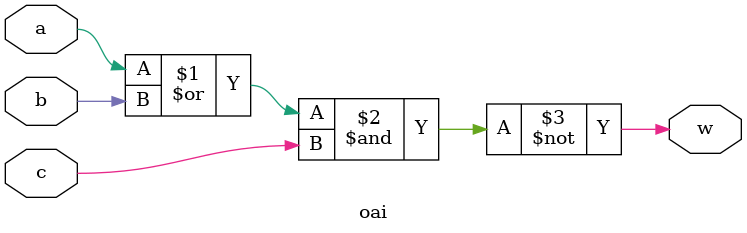
<source format=v>
module oai(input a,b,c, output w);
    assign w = ~((a|b)&c);
endmodule
</source>
